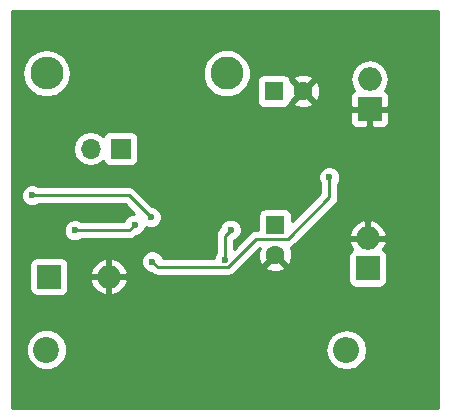
<source format=gbr>
G04 #@! TF.FileFunction,Copper,L2,Bot,Signal*
%FSLAX46Y46*%
G04 Gerber Fmt 4.6, Leading zero omitted, Abs format (unit mm)*
G04 Created by KiCad (PCBNEW 4.0.6) date 2017 July 13, Thursday 09:44:44*
%MOMM*%
%LPD*%
G01*
G04 APERTURE LIST*
%ADD10C,0.100000*%
%ADD11O,1.998980X1.998980*%
%ADD12R,1.998980X1.998980*%
%ADD13R,1.700000X1.700000*%
%ADD14O,1.700000X1.700000*%
%ADD15C,2.200000*%
%ADD16O,2.200000X2.200000*%
%ADD17R,1.600000X1.600000*%
%ADD18C,1.600000*%
%ADD19R,2.000000X2.000000*%
%ADD20O,2.000000X2.000000*%
%ADD21C,2.800000*%
%ADD22O,2.800000X2.800000*%
%ADD23C,0.600000*%
%ADD24C,0.250000*%
%ADD25C,0.254000*%
G04 APERTURE END LIST*
D10*
D11*
X170810000Y-124950000D03*
D12*
X170810000Y-127490000D03*
D11*
X170960000Y-111480000D03*
D12*
X170960000Y-114020000D03*
D13*
X149880000Y-117370000D03*
D14*
X147340000Y-117370000D03*
D15*
X143600000Y-134400000D03*
D16*
X169000000Y-134400000D03*
D17*
X162980000Y-123870000D03*
D18*
X162980000Y-126370000D03*
D17*
X162840000Y-112510000D03*
D18*
X165340000Y-112510000D03*
D19*
X143810000Y-128210000D03*
D20*
X148890000Y-128210000D03*
D21*
X158870000Y-111000000D03*
D22*
X143630000Y-111000000D03*
D23*
X161671000Y-118046500D03*
X155818500Y-122809000D03*
X164540000Y-129720000D03*
X152560000Y-126930000D03*
X167550000Y-119795000D03*
X159190000Y-124240000D03*
X158700000Y-126760000D03*
X151070000Y-123810000D03*
X146000000Y-124285000D03*
X152430000Y-123180000D03*
X142380000Y-121335000D03*
D24*
X153015001Y-127385001D02*
X152560000Y-126930000D01*
X167550000Y-119795000D02*
X167550000Y-121485002D01*
X167550000Y-121485002D02*
X164040001Y-124995001D01*
X164040001Y-124995001D02*
X161390001Y-124995001D01*
X161390001Y-124995001D02*
X159000001Y-127385001D01*
X159000001Y-127385001D02*
X153015001Y-127385001D01*
X158700000Y-124730000D02*
X159190000Y-124240000D01*
X158700000Y-126760000D02*
X158700000Y-124730000D01*
X150595000Y-124285000D02*
X151070000Y-123810000D01*
X146000000Y-124285000D02*
X150595000Y-124285000D01*
X150585000Y-121335000D02*
X152430000Y-123180000D01*
X142380000Y-121335000D02*
X150585000Y-121335000D01*
D25*
G36*
X176790000Y-139290000D02*
X140710000Y-139290000D01*
X140710000Y-134743599D01*
X141864699Y-134743599D01*
X142128281Y-135381515D01*
X142615918Y-135870004D01*
X143253373Y-136134699D01*
X143943599Y-136135301D01*
X144581515Y-135871719D01*
X145070004Y-135384082D01*
X145334699Y-134746627D01*
X145335001Y-134400000D01*
X167231009Y-134400000D01*
X167363078Y-135063956D01*
X167739179Y-135626830D01*
X168302053Y-136002931D01*
X168966009Y-136135000D01*
X169033991Y-136135000D01*
X169697947Y-136002931D01*
X170260821Y-135626830D01*
X170636922Y-135063956D01*
X170768991Y-134400000D01*
X170636922Y-133736044D01*
X170260821Y-133173170D01*
X169697947Y-132797069D01*
X169033991Y-132665000D01*
X168966009Y-132665000D01*
X168302053Y-132797069D01*
X167739179Y-133173170D01*
X167363078Y-133736044D01*
X167231009Y-134400000D01*
X145335001Y-134400000D01*
X145335301Y-134056401D01*
X145071719Y-133418485D01*
X144584082Y-132929996D01*
X143946627Y-132665301D01*
X143256401Y-132664699D01*
X142618485Y-132928281D01*
X142129996Y-133415918D01*
X141865301Y-134053373D01*
X141864699Y-134743599D01*
X140710000Y-134743599D01*
X140710000Y-127210000D01*
X142162560Y-127210000D01*
X142162560Y-129210000D01*
X142206838Y-129445317D01*
X142345910Y-129661441D01*
X142558110Y-129806431D01*
X142810000Y-129857440D01*
X144810000Y-129857440D01*
X145045317Y-129813162D01*
X145261441Y-129674090D01*
X145406431Y-129461890D01*
X145457440Y-129210000D01*
X145457440Y-128590434D01*
X147299876Y-128590434D01*
X147496598Y-129065385D01*
X147930006Y-129533505D01*
X148509565Y-129800133D01*
X148763000Y-129681319D01*
X148763000Y-128337000D01*
X149017000Y-128337000D01*
X149017000Y-129681319D01*
X149270435Y-129800133D01*
X149849994Y-129533505D01*
X150283402Y-129065385D01*
X150480124Y-128590434D01*
X150360777Y-128337000D01*
X149017000Y-128337000D01*
X148763000Y-128337000D01*
X147419223Y-128337000D01*
X147299876Y-128590434D01*
X145457440Y-128590434D01*
X145457440Y-127829566D01*
X147299876Y-127829566D01*
X147419223Y-128083000D01*
X148763000Y-128083000D01*
X148763000Y-126738681D01*
X149017000Y-126738681D01*
X149017000Y-128083000D01*
X150360777Y-128083000D01*
X150480124Y-127829566D01*
X150283402Y-127354615D01*
X150061710Y-127115167D01*
X151624838Y-127115167D01*
X151766883Y-127458943D01*
X152029673Y-127722192D01*
X152373201Y-127864838D01*
X152420077Y-127864879D01*
X152477600Y-127922402D01*
X152724162Y-128087149D01*
X153015001Y-128145001D01*
X159000001Y-128145001D01*
X159290840Y-128087149D01*
X159537402Y-127922402D01*
X160082059Y-127377745D01*
X162151861Y-127377745D01*
X162225995Y-127623864D01*
X162763223Y-127816965D01*
X163333454Y-127789778D01*
X163734005Y-127623864D01*
X163808139Y-127377745D01*
X162980000Y-126549605D01*
X162151861Y-127377745D01*
X160082059Y-127377745D01*
X161660106Y-125799698D01*
X161533035Y-126153223D01*
X161560222Y-126723454D01*
X161726136Y-127124005D01*
X161972255Y-127198139D01*
X162800395Y-126370000D01*
X162786252Y-126355858D01*
X162965858Y-126176252D01*
X162980000Y-126190395D01*
X162994142Y-126176252D01*
X163173748Y-126355858D01*
X163159605Y-126370000D01*
X163987745Y-127198139D01*
X164233864Y-127124005D01*
X164426965Y-126586777D01*
X164422376Y-126490510D01*
X169163070Y-126490510D01*
X169163070Y-128489490D01*
X169207348Y-128724807D01*
X169346420Y-128940931D01*
X169558620Y-129085921D01*
X169810510Y-129136930D01*
X171809490Y-129136930D01*
X172044807Y-129092652D01*
X172260931Y-128953580D01*
X172405921Y-128741380D01*
X172456930Y-128489490D01*
X172456930Y-126490510D01*
X172412652Y-126255193D01*
X172273580Y-126039069D01*
X172112351Y-125928906D01*
X172133068Y-125909726D01*
X172399627Y-125330355D01*
X172280807Y-125077000D01*
X170937000Y-125077000D01*
X170937000Y-125097000D01*
X170683000Y-125097000D01*
X170683000Y-125077000D01*
X169339193Y-125077000D01*
X169220373Y-125330355D01*
X169486932Y-125909726D01*
X169508863Y-125930030D01*
X169359069Y-126026420D01*
X169214079Y-126238620D01*
X169163070Y-126490510D01*
X164422376Y-126490510D01*
X164399778Y-126016546D01*
X164272302Y-125708793D01*
X164330840Y-125697149D01*
X164577402Y-125532402D01*
X165540159Y-124569645D01*
X169220373Y-124569645D01*
X169339193Y-124823000D01*
X170683000Y-124823000D01*
X170683000Y-123479735D01*
X170937000Y-123479735D01*
X170937000Y-124823000D01*
X172280807Y-124823000D01*
X172399627Y-124569645D01*
X172133068Y-123990274D01*
X171665084Y-123557013D01*
X171190354Y-123360381D01*
X170937000Y-123479735D01*
X170683000Y-123479735D01*
X170429646Y-123360381D01*
X169954916Y-123557013D01*
X169486932Y-123990274D01*
X169220373Y-124569645D01*
X165540159Y-124569645D01*
X168087401Y-122022403D01*
X168252148Y-121775842D01*
X168310000Y-121485002D01*
X168310000Y-120357463D01*
X168342192Y-120325327D01*
X168484838Y-119981799D01*
X168485162Y-119609833D01*
X168343117Y-119266057D01*
X168080327Y-119002808D01*
X167736799Y-118860162D01*
X167364833Y-118859838D01*
X167021057Y-119001883D01*
X166757808Y-119264673D01*
X166615162Y-119608201D01*
X166614838Y-119980167D01*
X166756883Y-120323943D01*
X166790000Y-120357118D01*
X166790000Y-121170200D01*
X164427440Y-123532760D01*
X164427440Y-123070000D01*
X164383162Y-122834683D01*
X164244090Y-122618559D01*
X164031890Y-122473569D01*
X163780000Y-122422560D01*
X162180000Y-122422560D01*
X161944683Y-122466838D01*
X161728559Y-122605910D01*
X161583569Y-122818110D01*
X161532560Y-123070000D01*
X161532560Y-124235001D01*
X161390001Y-124235001D01*
X161147415Y-124283255D01*
X161099161Y-124292853D01*
X160852600Y-124457600D01*
X159460000Y-125850200D01*
X159460000Y-125140110D01*
X159718943Y-125033117D01*
X159982192Y-124770327D01*
X160124838Y-124426799D01*
X160125162Y-124054833D01*
X159983117Y-123711057D01*
X159720327Y-123447808D01*
X159376799Y-123305162D01*
X159004833Y-123304838D01*
X158661057Y-123446883D01*
X158397808Y-123709673D01*
X158255162Y-124053201D01*
X158255121Y-124100077D01*
X158162599Y-124192599D01*
X157997852Y-124439161D01*
X157940000Y-124730000D01*
X157940000Y-126197537D01*
X157907808Y-126229673D01*
X157765162Y-126573201D01*
X157765117Y-126625001D01*
X153445649Y-126625001D01*
X153353117Y-126401057D01*
X153090327Y-126137808D01*
X152746799Y-125995162D01*
X152374833Y-125994838D01*
X152031057Y-126136883D01*
X151767808Y-126399673D01*
X151625162Y-126743201D01*
X151624838Y-127115167D01*
X150061710Y-127115167D01*
X149849994Y-126886495D01*
X149270435Y-126619867D01*
X149017000Y-126738681D01*
X148763000Y-126738681D01*
X148509565Y-126619867D01*
X147930006Y-126886495D01*
X147496598Y-127354615D01*
X147299876Y-127829566D01*
X145457440Y-127829566D01*
X145457440Y-127210000D01*
X145413162Y-126974683D01*
X145274090Y-126758559D01*
X145061890Y-126613569D01*
X144810000Y-126562560D01*
X142810000Y-126562560D01*
X142574683Y-126606838D01*
X142358559Y-126745910D01*
X142213569Y-126958110D01*
X142162560Y-127210000D01*
X140710000Y-127210000D01*
X140710000Y-121520167D01*
X141444838Y-121520167D01*
X141586883Y-121863943D01*
X141849673Y-122127192D01*
X142193201Y-122269838D01*
X142565167Y-122270162D01*
X142908943Y-122128117D01*
X142942118Y-122095000D01*
X150270198Y-122095000D01*
X151050180Y-122874982D01*
X150884833Y-122874838D01*
X150541057Y-123016883D01*
X150277808Y-123279673D01*
X150175939Y-123525000D01*
X146562463Y-123525000D01*
X146530327Y-123492808D01*
X146186799Y-123350162D01*
X145814833Y-123349838D01*
X145471057Y-123491883D01*
X145207808Y-123754673D01*
X145065162Y-124098201D01*
X145064838Y-124470167D01*
X145206883Y-124813943D01*
X145469673Y-125077192D01*
X145813201Y-125219838D01*
X146185167Y-125220162D01*
X146528943Y-125078117D01*
X146562118Y-125045000D01*
X150595000Y-125045000D01*
X150885839Y-124987148D01*
X151132401Y-124822401D01*
X151209680Y-124745122D01*
X151255167Y-124745162D01*
X151598943Y-124603117D01*
X151862192Y-124340327D01*
X151998087Y-124013057D01*
X152243201Y-124114838D01*
X152615167Y-124115162D01*
X152958943Y-123973117D01*
X153222192Y-123710327D01*
X153364838Y-123366799D01*
X153365162Y-122994833D01*
X153223117Y-122651057D01*
X152960327Y-122387808D01*
X152616799Y-122245162D01*
X152569923Y-122245121D01*
X151122401Y-120797599D01*
X150875839Y-120632852D01*
X150585000Y-120575000D01*
X142942463Y-120575000D01*
X142910327Y-120542808D01*
X142566799Y-120400162D01*
X142194833Y-120399838D01*
X141851057Y-120541883D01*
X141587808Y-120804673D01*
X141445162Y-121148201D01*
X141444838Y-121520167D01*
X140710000Y-121520167D01*
X140710000Y-117340907D01*
X145855000Y-117340907D01*
X145855000Y-117399093D01*
X145968039Y-117967378D01*
X146289946Y-118449147D01*
X146771715Y-118771054D01*
X147340000Y-118884093D01*
X147908285Y-118771054D01*
X148390054Y-118449147D01*
X148417850Y-118407548D01*
X148426838Y-118455317D01*
X148565910Y-118671441D01*
X148778110Y-118816431D01*
X149030000Y-118867440D01*
X150730000Y-118867440D01*
X150965317Y-118823162D01*
X151181441Y-118684090D01*
X151326431Y-118471890D01*
X151377440Y-118220000D01*
X151377440Y-116520000D01*
X151333162Y-116284683D01*
X151194090Y-116068559D01*
X150981890Y-115923569D01*
X150730000Y-115872560D01*
X149030000Y-115872560D01*
X148794683Y-115916838D01*
X148578559Y-116055910D01*
X148433569Y-116268110D01*
X148419914Y-116335541D01*
X148390054Y-116290853D01*
X147908285Y-115968946D01*
X147340000Y-115855907D01*
X146771715Y-115968946D01*
X146289946Y-116290853D01*
X145968039Y-116772622D01*
X145855000Y-117340907D01*
X140710000Y-117340907D01*
X140710000Y-114305750D01*
X169325510Y-114305750D01*
X169325510Y-115145799D01*
X169422183Y-115379188D01*
X169600811Y-115557817D01*
X169834200Y-115654490D01*
X170674250Y-115654490D01*
X170833000Y-115495740D01*
X170833000Y-114147000D01*
X171087000Y-114147000D01*
X171087000Y-115495740D01*
X171245750Y-115654490D01*
X172085800Y-115654490D01*
X172319189Y-115557817D01*
X172497817Y-115379188D01*
X172594490Y-115145799D01*
X172594490Y-114305750D01*
X172435740Y-114147000D01*
X171087000Y-114147000D01*
X170833000Y-114147000D01*
X169484260Y-114147000D01*
X169325510Y-114305750D01*
X140710000Y-114305750D01*
X140710000Y-111000000D01*
X141555132Y-111000000D01*
X141710037Y-111778761D01*
X142151170Y-112438962D01*
X142811371Y-112880095D01*
X143590132Y-113035000D01*
X143669868Y-113035000D01*
X144448629Y-112880095D01*
X145108830Y-112438962D01*
X145549963Y-111778761D01*
X145624704Y-111403011D01*
X156834648Y-111403011D01*
X157143805Y-112151229D01*
X157715760Y-112724183D01*
X158463438Y-113034646D01*
X159273011Y-113035352D01*
X160021229Y-112726195D01*
X160594183Y-112154240D01*
X160778647Y-111710000D01*
X161392560Y-111710000D01*
X161392560Y-113310000D01*
X161436838Y-113545317D01*
X161575910Y-113761441D01*
X161788110Y-113906431D01*
X162040000Y-113957440D01*
X163640000Y-113957440D01*
X163875317Y-113913162D01*
X164091441Y-113774090D01*
X164236431Y-113561890D01*
X164245370Y-113517745D01*
X164511861Y-113517745D01*
X164585995Y-113763864D01*
X165123223Y-113956965D01*
X165693454Y-113929778D01*
X166094005Y-113763864D01*
X166168139Y-113517745D01*
X165340000Y-112689605D01*
X164511861Y-113517745D01*
X164245370Y-113517745D01*
X164284646Y-113323799D01*
X164332255Y-113338139D01*
X165160395Y-112510000D01*
X165519605Y-112510000D01*
X166347745Y-113338139D01*
X166593864Y-113264005D01*
X166786965Y-112726777D01*
X166759778Y-112156546D01*
X166593864Y-111755995D01*
X166347745Y-111681861D01*
X165519605Y-112510000D01*
X165160395Y-112510000D01*
X164332255Y-111681861D01*
X164284833Y-111696145D01*
X164248351Y-111502255D01*
X164511861Y-111502255D01*
X165340000Y-112330395D01*
X166168139Y-111502255D01*
X166151791Y-111447978D01*
X169325510Y-111447978D01*
X169325510Y-111512022D01*
X169449928Y-112137514D01*
X169663013Y-112456418D01*
X169600811Y-112482183D01*
X169422183Y-112660812D01*
X169325510Y-112894201D01*
X169325510Y-113734250D01*
X169484260Y-113893000D01*
X170833000Y-113893000D01*
X170833000Y-113873000D01*
X171087000Y-113873000D01*
X171087000Y-113893000D01*
X172435740Y-113893000D01*
X172594490Y-113734250D01*
X172594490Y-112894201D01*
X172497817Y-112660812D01*
X172319189Y-112482183D01*
X172256987Y-112456418D01*
X172470072Y-112137514D01*
X172594490Y-111512022D01*
X172594490Y-111447978D01*
X172470072Y-110822486D01*
X172115759Y-110292219D01*
X171585492Y-109937906D01*
X170960000Y-109813488D01*
X170334508Y-109937906D01*
X169804241Y-110292219D01*
X169449928Y-110822486D01*
X169325510Y-111447978D01*
X166151791Y-111447978D01*
X166094005Y-111256136D01*
X165556777Y-111063035D01*
X164986546Y-111090222D01*
X164585995Y-111256136D01*
X164511861Y-111502255D01*
X164248351Y-111502255D01*
X164243162Y-111474683D01*
X164104090Y-111258559D01*
X163891890Y-111113569D01*
X163640000Y-111062560D01*
X162040000Y-111062560D01*
X161804683Y-111106838D01*
X161588559Y-111245910D01*
X161443569Y-111458110D01*
X161392560Y-111710000D01*
X160778647Y-111710000D01*
X160904646Y-111406562D01*
X160905352Y-110596989D01*
X160596195Y-109848771D01*
X160024240Y-109275817D01*
X159276562Y-108965354D01*
X158466989Y-108964648D01*
X157718771Y-109273805D01*
X157145817Y-109845760D01*
X156835354Y-110593438D01*
X156834648Y-111403011D01*
X145624704Y-111403011D01*
X145704868Y-111000000D01*
X145549963Y-110221239D01*
X145108830Y-109561038D01*
X144448629Y-109119905D01*
X143669868Y-108965000D01*
X143590132Y-108965000D01*
X142811371Y-109119905D01*
X142151170Y-109561038D01*
X141710037Y-110221239D01*
X141555132Y-111000000D01*
X140710000Y-111000000D01*
X140710000Y-105710000D01*
X176790000Y-105710000D01*
X176790000Y-139290000D01*
X176790000Y-139290000D01*
G37*
X176790000Y-139290000D02*
X140710000Y-139290000D01*
X140710000Y-134743599D01*
X141864699Y-134743599D01*
X142128281Y-135381515D01*
X142615918Y-135870004D01*
X143253373Y-136134699D01*
X143943599Y-136135301D01*
X144581515Y-135871719D01*
X145070004Y-135384082D01*
X145334699Y-134746627D01*
X145335001Y-134400000D01*
X167231009Y-134400000D01*
X167363078Y-135063956D01*
X167739179Y-135626830D01*
X168302053Y-136002931D01*
X168966009Y-136135000D01*
X169033991Y-136135000D01*
X169697947Y-136002931D01*
X170260821Y-135626830D01*
X170636922Y-135063956D01*
X170768991Y-134400000D01*
X170636922Y-133736044D01*
X170260821Y-133173170D01*
X169697947Y-132797069D01*
X169033991Y-132665000D01*
X168966009Y-132665000D01*
X168302053Y-132797069D01*
X167739179Y-133173170D01*
X167363078Y-133736044D01*
X167231009Y-134400000D01*
X145335001Y-134400000D01*
X145335301Y-134056401D01*
X145071719Y-133418485D01*
X144584082Y-132929996D01*
X143946627Y-132665301D01*
X143256401Y-132664699D01*
X142618485Y-132928281D01*
X142129996Y-133415918D01*
X141865301Y-134053373D01*
X141864699Y-134743599D01*
X140710000Y-134743599D01*
X140710000Y-127210000D01*
X142162560Y-127210000D01*
X142162560Y-129210000D01*
X142206838Y-129445317D01*
X142345910Y-129661441D01*
X142558110Y-129806431D01*
X142810000Y-129857440D01*
X144810000Y-129857440D01*
X145045317Y-129813162D01*
X145261441Y-129674090D01*
X145406431Y-129461890D01*
X145457440Y-129210000D01*
X145457440Y-128590434D01*
X147299876Y-128590434D01*
X147496598Y-129065385D01*
X147930006Y-129533505D01*
X148509565Y-129800133D01*
X148763000Y-129681319D01*
X148763000Y-128337000D01*
X149017000Y-128337000D01*
X149017000Y-129681319D01*
X149270435Y-129800133D01*
X149849994Y-129533505D01*
X150283402Y-129065385D01*
X150480124Y-128590434D01*
X150360777Y-128337000D01*
X149017000Y-128337000D01*
X148763000Y-128337000D01*
X147419223Y-128337000D01*
X147299876Y-128590434D01*
X145457440Y-128590434D01*
X145457440Y-127829566D01*
X147299876Y-127829566D01*
X147419223Y-128083000D01*
X148763000Y-128083000D01*
X148763000Y-126738681D01*
X149017000Y-126738681D01*
X149017000Y-128083000D01*
X150360777Y-128083000D01*
X150480124Y-127829566D01*
X150283402Y-127354615D01*
X150061710Y-127115167D01*
X151624838Y-127115167D01*
X151766883Y-127458943D01*
X152029673Y-127722192D01*
X152373201Y-127864838D01*
X152420077Y-127864879D01*
X152477600Y-127922402D01*
X152724162Y-128087149D01*
X153015001Y-128145001D01*
X159000001Y-128145001D01*
X159290840Y-128087149D01*
X159537402Y-127922402D01*
X160082059Y-127377745D01*
X162151861Y-127377745D01*
X162225995Y-127623864D01*
X162763223Y-127816965D01*
X163333454Y-127789778D01*
X163734005Y-127623864D01*
X163808139Y-127377745D01*
X162980000Y-126549605D01*
X162151861Y-127377745D01*
X160082059Y-127377745D01*
X161660106Y-125799698D01*
X161533035Y-126153223D01*
X161560222Y-126723454D01*
X161726136Y-127124005D01*
X161972255Y-127198139D01*
X162800395Y-126370000D01*
X162786252Y-126355858D01*
X162965858Y-126176252D01*
X162980000Y-126190395D01*
X162994142Y-126176252D01*
X163173748Y-126355858D01*
X163159605Y-126370000D01*
X163987745Y-127198139D01*
X164233864Y-127124005D01*
X164426965Y-126586777D01*
X164422376Y-126490510D01*
X169163070Y-126490510D01*
X169163070Y-128489490D01*
X169207348Y-128724807D01*
X169346420Y-128940931D01*
X169558620Y-129085921D01*
X169810510Y-129136930D01*
X171809490Y-129136930D01*
X172044807Y-129092652D01*
X172260931Y-128953580D01*
X172405921Y-128741380D01*
X172456930Y-128489490D01*
X172456930Y-126490510D01*
X172412652Y-126255193D01*
X172273580Y-126039069D01*
X172112351Y-125928906D01*
X172133068Y-125909726D01*
X172399627Y-125330355D01*
X172280807Y-125077000D01*
X170937000Y-125077000D01*
X170937000Y-125097000D01*
X170683000Y-125097000D01*
X170683000Y-125077000D01*
X169339193Y-125077000D01*
X169220373Y-125330355D01*
X169486932Y-125909726D01*
X169508863Y-125930030D01*
X169359069Y-126026420D01*
X169214079Y-126238620D01*
X169163070Y-126490510D01*
X164422376Y-126490510D01*
X164399778Y-126016546D01*
X164272302Y-125708793D01*
X164330840Y-125697149D01*
X164577402Y-125532402D01*
X165540159Y-124569645D01*
X169220373Y-124569645D01*
X169339193Y-124823000D01*
X170683000Y-124823000D01*
X170683000Y-123479735D01*
X170937000Y-123479735D01*
X170937000Y-124823000D01*
X172280807Y-124823000D01*
X172399627Y-124569645D01*
X172133068Y-123990274D01*
X171665084Y-123557013D01*
X171190354Y-123360381D01*
X170937000Y-123479735D01*
X170683000Y-123479735D01*
X170429646Y-123360381D01*
X169954916Y-123557013D01*
X169486932Y-123990274D01*
X169220373Y-124569645D01*
X165540159Y-124569645D01*
X168087401Y-122022403D01*
X168252148Y-121775842D01*
X168310000Y-121485002D01*
X168310000Y-120357463D01*
X168342192Y-120325327D01*
X168484838Y-119981799D01*
X168485162Y-119609833D01*
X168343117Y-119266057D01*
X168080327Y-119002808D01*
X167736799Y-118860162D01*
X167364833Y-118859838D01*
X167021057Y-119001883D01*
X166757808Y-119264673D01*
X166615162Y-119608201D01*
X166614838Y-119980167D01*
X166756883Y-120323943D01*
X166790000Y-120357118D01*
X166790000Y-121170200D01*
X164427440Y-123532760D01*
X164427440Y-123070000D01*
X164383162Y-122834683D01*
X164244090Y-122618559D01*
X164031890Y-122473569D01*
X163780000Y-122422560D01*
X162180000Y-122422560D01*
X161944683Y-122466838D01*
X161728559Y-122605910D01*
X161583569Y-122818110D01*
X161532560Y-123070000D01*
X161532560Y-124235001D01*
X161390001Y-124235001D01*
X161147415Y-124283255D01*
X161099161Y-124292853D01*
X160852600Y-124457600D01*
X159460000Y-125850200D01*
X159460000Y-125140110D01*
X159718943Y-125033117D01*
X159982192Y-124770327D01*
X160124838Y-124426799D01*
X160125162Y-124054833D01*
X159983117Y-123711057D01*
X159720327Y-123447808D01*
X159376799Y-123305162D01*
X159004833Y-123304838D01*
X158661057Y-123446883D01*
X158397808Y-123709673D01*
X158255162Y-124053201D01*
X158255121Y-124100077D01*
X158162599Y-124192599D01*
X157997852Y-124439161D01*
X157940000Y-124730000D01*
X157940000Y-126197537D01*
X157907808Y-126229673D01*
X157765162Y-126573201D01*
X157765117Y-126625001D01*
X153445649Y-126625001D01*
X153353117Y-126401057D01*
X153090327Y-126137808D01*
X152746799Y-125995162D01*
X152374833Y-125994838D01*
X152031057Y-126136883D01*
X151767808Y-126399673D01*
X151625162Y-126743201D01*
X151624838Y-127115167D01*
X150061710Y-127115167D01*
X149849994Y-126886495D01*
X149270435Y-126619867D01*
X149017000Y-126738681D01*
X148763000Y-126738681D01*
X148509565Y-126619867D01*
X147930006Y-126886495D01*
X147496598Y-127354615D01*
X147299876Y-127829566D01*
X145457440Y-127829566D01*
X145457440Y-127210000D01*
X145413162Y-126974683D01*
X145274090Y-126758559D01*
X145061890Y-126613569D01*
X144810000Y-126562560D01*
X142810000Y-126562560D01*
X142574683Y-126606838D01*
X142358559Y-126745910D01*
X142213569Y-126958110D01*
X142162560Y-127210000D01*
X140710000Y-127210000D01*
X140710000Y-121520167D01*
X141444838Y-121520167D01*
X141586883Y-121863943D01*
X141849673Y-122127192D01*
X142193201Y-122269838D01*
X142565167Y-122270162D01*
X142908943Y-122128117D01*
X142942118Y-122095000D01*
X150270198Y-122095000D01*
X151050180Y-122874982D01*
X150884833Y-122874838D01*
X150541057Y-123016883D01*
X150277808Y-123279673D01*
X150175939Y-123525000D01*
X146562463Y-123525000D01*
X146530327Y-123492808D01*
X146186799Y-123350162D01*
X145814833Y-123349838D01*
X145471057Y-123491883D01*
X145207808Y-123754673D01*
X145065162Y-124098201D01*
X145064838Y-124470167D01*
X145206883Y-124813943D01*
X145469673Y-125077192D01*
X145813201Y-125219838D01*
X146185167Y-125220162D01*
X146528943Y-125078117D01*
X146562118Y-125045000D01*
X150595000Y-125045000D01*
X150885839Y-124987148D01*
X151132401Y-124822401D01*
X151209680Y-124745122D01*
X151255167Y-124745162D01*
X151598943Y-124603117D01*
X151862192Y-124340327D01*
X151998087Y-124013057D01*
X152243201Y-124114838D01*
X152615167Y-124115162D01*
X152958943Y-123973117D01*
X153222192Y-123710327D01*
X153364838Y-123366799D01*
X153365162Y-122994833D01*
X153223117Y-122651057D01*
X152960327Y-122387808D01*
X152616799Y-122245162D01*
X152569923Y-122245121D01*
X151122401Y-120797599D01*
X150875839Y-120632852D01*
X150585000Y-120575000D01*
X142942463Y-120575000D01*
X142910327Y-120542808D01*
X142566799Y-120400162D01*
X142194833Y-120399838D01*
X141851057Y-120541883D01*
X141587808Y-120804673D01*
X141445162Y-121148201D01*
X141444838Y-121520167D01*
X140710000Y-121520167D01*
X140710000Y-117340907D01*
X145855000Y-117340907D01*
X145855000Y-117399093D01*
X145968039Y-117967378D01*
X146289946Y-118449147D01*
X146771715Y-118771054D01*
X147340000Y-118884093D01*
X147908285Y-118771054D01*
X148390054Y-118449147D01*
X148417850Y-118407548D01*
X148426838Y-118455317D01*
X148565910Y-118671441D01*
X148778110Y-118816431D01*
X149030000Y-118867440D01*
X150730000Y-118867440D01*
X150965317Y-118823162D01*
X151181441Y-118684090D01*
X151326431Y-118471890D01*
X151377440Y-118220000D01*
X151377440Y-116520000D01*
X151333162Y-116284683D01*
X151194090Y-116068559D01*
X150981890Y-115923569D01*
X150730000Y-115872560D01*
X149030000Y-115872560D01*
X148794683Y-115916838D01*
X148578559Y-116055910D01*
X148433569Y-116268110D01*
X148419914Y-116335541D01*
X148390054Y-116290853D01*
X147908285Y-115968946D01*
X147340000Y-115855907D01*
X146771715Y-115968946D01*
X146289946Y-116290853D01*
X145968039Y-116772622D01*
X145855000Y-117340907D01*
X140710000Y-117340907D01*
X140710000Y-114305750D01*
X169325510Y-114305750D01*
X169325510Y-115145799D01*
X169422183Y-115379188D01*
X169600811Y-115557817D01*
X169834200Y-115654490D01*
X170674250Y-115654490D01*
X170833000Y-115495740D01*
X170833000Y-114147000D01*
X171087000Y-114147000D01*
X171087000Y-115495740D01*
X171245750Y-115654490D01*
X172085800Y-115654490D01*
X172319189Y-115557817D01*
X172497817Y-115379188D01*
X172594490Y-115145799D01*
X172594490Y-114305750D01*
X172435740Y-114147000D01*
X171087000Y-114147000D01*
X170833000Y-114147000D01*
X169484260Y-114147000D01*
X169325510Y-114305750D01*
X140710000Y-114305750D01*
X140710000Y-111000000D01*
X141555132Y-111000000D01*
X141710037Y-111778761D01*
X142151170Y-112438962D01*
X142811371Y-112880095D01*
X143590132Y-113035000D01*
X143669868Y-113035000D01*
X144448629Y-112880095D01*
X145108830Y-112438962D01*
X145549963Y-111778761D01*
X145624704Y-111403011D01*
X156834648Y-111403011D01*
X157143805Y-112151229D01*
X157715760Y-112724183D01*
X158463438Y-113034646D01*
X159273011Y-113035352D01*
X160021229Y-112726195D01*
X160594183Y-112154240D01*
X160778647Y-111710000D01*
X161392560Y-111710000D01*
X161392560Y-113310000D01*
X161436838Y-113545317D01*
X161575910Y-113761441D01*
X161788110Y-113906431D01*
X162040000Y-113957440D01*
X163640000Y-113957440D01*
X163875317Y-113913162D01*
X164091441Y-113774090D01*
X164236431Y-113561890D01*
X164245370Y-113517745D01*
X164511861Y-113517745D01*
X164585995Y-113763864D01*
X165123223Y-113956965D01*
X165693454Y-113929778D01*
X166094005Y-113763864D01*
X166168139Y-113517745D01*
X165340000Y-112689605D01*
X164511861Y-113517745D01*
X164245370Y-113517745D01*
X164284646Y-113323799D01*
X164332255Y-113338139D01*
X165160395Y-112510000D01*
X165519605Y-112510000D01*
X166347745Y-113338139D01*
X166593864Y-113264005D01*
X166786965Y-112726777D01*
X166759778Y-112156546D01*
X166593864Y-111755995D01*
X166347745Y-111681861D01*
X165519605Y-112510000D01*
X165160395Y-112510000D01*
X164332255Y-111681861D01*
X164284833Y-111696145D01*
X164248351Y-111502255D01*
X164511861Y-111502255D01*
X165340000Y-112330395D01*
X166168139Y-111502255D01*
X166151791Y-111447978D01*
X169325510Y-111447978D01*
X169325510Y-111512022D01*
X169449928Y-112137514D01*
X169663013Y-112456418D01*
X169600811Y-112482183D01*
X169422183Y-112660812D01*
X169325510Y-112894201D01*
X169325510Y-113734250D01*
X169484260Y-113893000D01*
X170833000Y-113893000D01*
X170833000Y-113873000D01*
X171087000Y-113873000D01*
X171087000Y-113893000D01*
X172435740Y-113893000D01*
X172594490Y-113734250D01*
X172594490Y-112894201D01*
X172497817Y-112660812D01*
X172319189Y-112482183D01*
X172256987Y-112456418D01*
X172470072Y-112137514D01*
X172594490Y-111512022D01*
X172594490Y-111447978D01*
X172470072Y-110822486D01*
X172115759Y-110292219D01*
X171585492Y-109937906D01*
X170960000Y-109813488D01*
X170334508Y-109937906D01*
X169804241Y-110292219D01*
X169449928Y-110822486D01*
X169325510Y-111447978D01*
X166151791Y-111447978D01*
X166094005Y-111256136D01*
X165556777Y-111063035D01*
X164986546Y-111090222D01*
X164585995Y-111256136D01*
X164511861Y-111502255D01*
X164248351Y-111502255D01*
X164243162Y-111474683D01*
X164104090Y-111258559D01*
X163891890Y-111113569D01*
X163640000Y-111062560D01*
X162040000Y-111062560D01*
X161804683Y-111106838D01*
X161588559Y-111245910D01*
X161443569Y-111458110D01*
X161392560Y-111710000D01*
X160778647Y-111710000D01*
X160904646Y-111406562D01*
X160905352Y-110596989D01*
X160596195Y-109848771D01*
X160024240Y-109275817D01*
X159276562Y-108965354D01*
X158466989Y-108964648D01*
X157718771Y-109273805D01*
X157145817Y-109845760D01*
X156835354Y-110593438D01*
X156834648Y-111403011D01*
X145624704Y-111403011D01*
X145704868Y-111000000D01*
X145549963Y-110221239D01*
X145108830Y-109561038D01*
X144448629Y-109119905D01*
X143669868Y-108965000D01*
X143590132Y-108965000D01*
X142811371Y-109119905D01*
X142151170Y-109561038D01*
X141710037Y-110221239D01*
X141555132Y-111000000D01*
X140710000Y-111000000D01*
X140710000Y-105710000D01*
X176790000Y-105710000D01*
X176790000Y-139290000D01*
M02*

</source>
